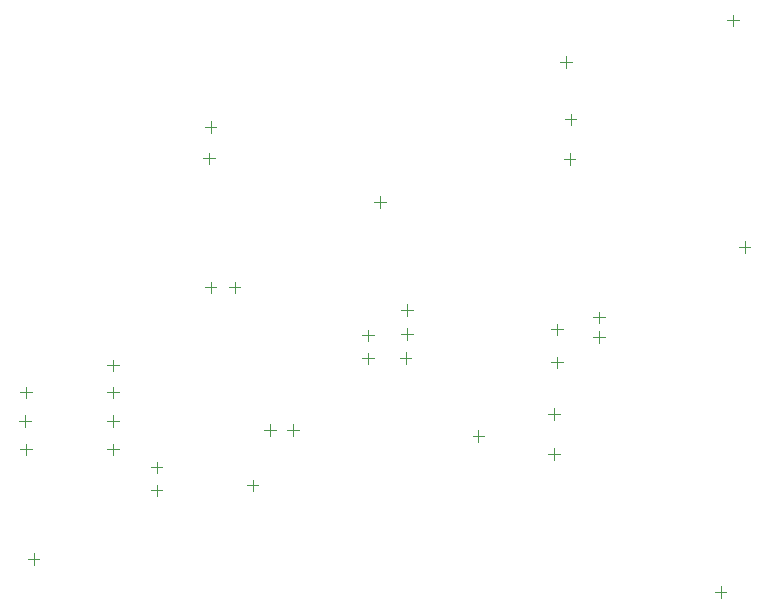
<source format=gbr>
%FSTAX23Y23*%
%MOIN*%
%SFA1B1*%

%IPPOS*%
%ADD119C,0.003940*%
%LNpcb_bottom_component_center-1*%
%LPD*%
G54D119*
X04685Y0269D02*
X04724D01*
X04705Y0267D02*
Y02709D01*
X05291Y037D02*
Y03739D01*
X05271Y0372D02*
X0531D01*
X03225Y0227D02*
Y02309D01*
X03205Y0229D02*
X03244D01*
X0296Y01905D02*
Y01944D01*
X0294Y01925D02*
X02979D01*
X04185Y02755D02*
X04224D01*
X04205Y02735D02*
Y02774D01*
X04185Y02675D02*
X04224D01*
X04205Y02655D02*
Y02694D01*
X0418Y02595D02*
X04219D01*
X042Y02575D02*
Y02614D01*
X0353Y03365D02*
X03569D01*
X0355Y03345D02*
Y03384D01*
X04095Y03115D02*
X04134D01*
X04115Y03095D02*
Y03134D01*
X03525Y0326D02*
X03564D01*
X03545Y0324D02*
Y03279D01*
X02915Y0229D02*
X02954D01*
X02935Y0227D02*
Y02309D01*
X02915Y0248D02*
X02954D01*
X02935Y0246D02*
Y02499D01*
X02911Y02385D02*
X02951D01*
X02931Y02365D02*
Y02404D01*
X04056Y02593D02*
X04096D01*
X04076Y02573D02*
Y02612D01*
X0363Y0281D02*
Y02849D01*
X0361Y0283D02*
X03649D01*
X03748Y02335D02*
Y02374D01*
X03728Y02355D02*
X03767D01*
X03825Y02335D02*
Y02374D01*
X03805Y02355D02*
X03844D01*
X0335Y0223D02*
X03389D01*
X0337Y0221D02*
Y02249D01*
X0355Y0281D02*
Y02849D01*
X0353Y0283D02*
X03569D01*
X04055Y0267D02*
X04094D01*
X04075Y0265D02*
Y02689D01*
X0335Y02153D02*
X03389D01*
X0337Y02133D02*
Y02172D01*
X0367Y0217D02*
X03709D01*
X0369Y0215D02*
Y02189D01*
X04825Y0273D02*
X04864D01*
X04845Y0271D02*
Y02749D01*
X04825Y02665D02*
X04864D01*
X04845Y02645D02*
Y02684D01*
X04705Y0256D02*
Y02599D01*
X04685Y0258D02*
X04724D01*
X04727Y03257D02*
X04766D01*
X04747Y03238D02*
Y03277D01*
X04675Y02275D02*
X04714D01*
X04695Y02255D02*
Y02294D01*
X04675Y02407D02*
X04714D01*
X04695Y02387D02*
Y02426D01*
X04423Y02335D02*
X04462D01*
X04442Y02315D02*
Y02354D01*
X04715Y03581D02*
X04754D01*
X04735Y03561D02*
Y036D01*
X0473Y0339D02*
X04769D01*
X0475Y0337D02*
Y03409D01*
X03205Y0257D02*
X03244D01*
X03225Y0255D02*
Y02589D01*
X03205Y0248D02*
X03244D01*
X03225Y0246D02*
Y02499D01*
X03205Y02385D02*
X03244D01*
X03225Y02365D02*
Y02404D01*
X0523Y01815D02*
X05269D01*
X0525Y01795D02*
Y01834D01*
X0531Y02965D02*
X05349D01*
X0533Y02945D02*
Y02984D01*
M02*
</source>
